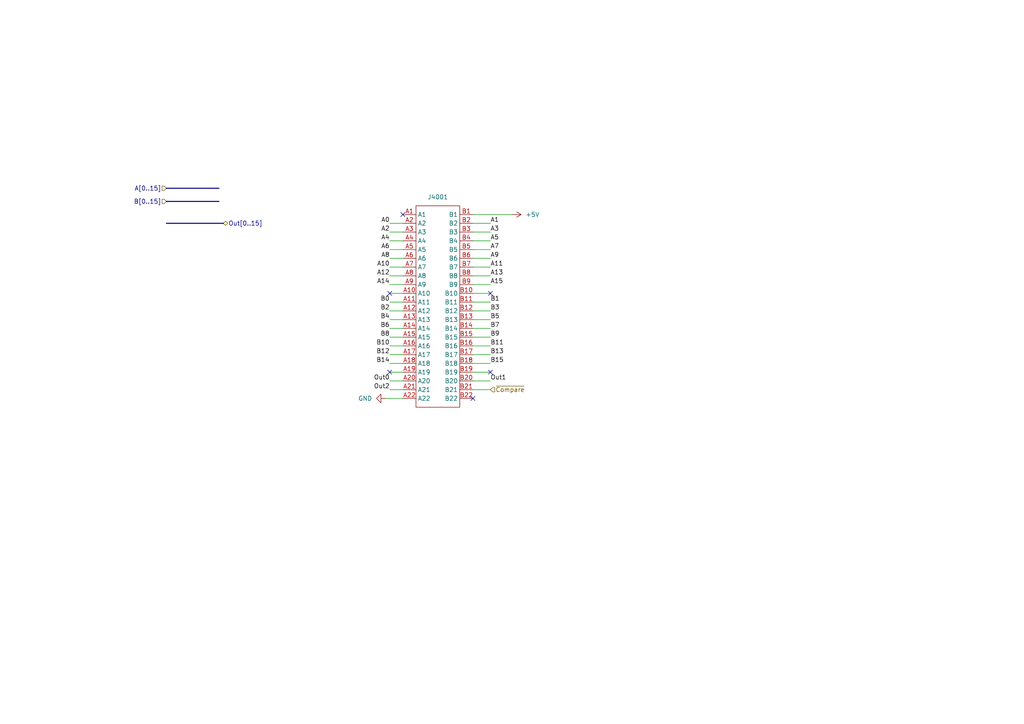
<source format=kicad_sch>
(kicad_sch (version 20231120) (generator "eeschema") (generator_version "8.0")
  (paper "A4")
  (lib_symbols
    (symbol "BoardEdgeConnectors:TE-5530843-4"
      (property "Reference" "J" (at -0.254 30.988 0))
      (symbol "TE-5530843-4_0_1"
        (rectangle (start -6.35 29.21) (end 6.35 -29.21))
      )
      (symbol "TE-5530843-4_1_1"
        (pin passive line (at -10.16 26.67 0) (length 3.81) (name "A1") (number "A1"))
        (pin passive line (at -10.16 3.81 0) (length 3.81) (name "A10") (number "A10"))
        (pin passive line (at -10.16 1.27 0) (length 3.81) (name "A11") (number "A11"))
        (pin passive line (at -10.16 -1.27 0) (length 3.81) (name "A12") (number "A12"))
        (pin passive line (at -10.16 -3.81 0) (length 3.81) (name "A13") (number "A13"))
        (pin passive line (at -10.16 -6.35 0) (length 3.81) (name "A14") (number "A14"))
        (pin passive line (at -10.16 -8.89 0) (length 3.81) (name "A15") (number "A15"))
        (pin passive line (at -10.16 -11.43 0) (length 3.81) (name "A16") (number "A16"))
        (pin passive line (at -10.16 -13.97 0) (length 3.81) (name "A17") (number "A17"))
        (pin passive line (at -10.16 -16.51 0) (length 3.81) (name "A18") (number "A18"))
        (pin passive line (at -10.16 -19.05 0) (length 3.81) (name "A19") (number "A19"))
        (pin passive line (at -10.16 24.13 0) (length 3.81) (name "A2") (number "A2"))
        (pin passive line (at -10.16 -21.59 0) (length 3.81) (name "A20") (number "A20"))
        (pin passive line (at -10.16 -24.13 0) (length 3.81) (name "A21") (number "A21"))
        (pin passive line (at -10.16 -26.67 0) (length 3.81) (name "A22") (number "A22"))
        (pin passive line (at -10.16 21.59 0) (length 3.81) (name "A3") (number "A3"))
        (pin passive line (at -10.16 19.05 0) (length 3.81) (name "A4") (number "A4"))
        (pin passive line (at -10.16 16.51 0) (length 3.81) (name "A5") (number "A5"))
        (pin passive line (at -10.16 13.97 0) (length 3.81) (name "A6") (number "A6"))
        (pin passive line (at -10.16 11.43 0) (length 3.81) (name "A7") (number "A7"))
        (pin passive line (at -10.16 8.89 0) (length 3.81) (name "A8") (number "A8"))
        (pin passive line (at -10.16 6.35 0) (length 3.81) (name "A9") (number "A9"))
        (pin passive line (at 10.16 26.67 180) (length 3.81) (name "B1") (number "B1"))
        (pin passive line (at 10.16 3.81 180) (length 3.81) (name "B10") (number "B10"))
        (pin passive line (at 10.16 1.27 180) (length 3.81) (name "B11") (number "B11"))
        (pin passive line (at 10.16 -1.27 180) (length 3.81) (name "B12") (number "B12"))
        (pin passive line (at 10.16 -3.81 180) (length 3.81) (name "B13") (number "B13"))
        (pin passive line (at 10.16 -6.35 180) (length 3.81) (name "B14") (number "B14"))
        (pin passive line (at 10.16 -8.89 180) (length 3.81) (name "B15") (number "B15"))
        (pin passive line (at 10.16 -11.43 180) (length 3.81) (name "B16") (number "B16"))
        (pin passive line (at 10.16 -13.97 180) (length 3.81) (name "B17") (number "B17"))
        (pin passive line (at 10.16 -16.51 180) (length 3.81) (name "B18") (number "B18"))
        (pin passive line (at 10.16 -19.05 180) (length 3.81) (name "B19") (number "B19"))
        (pin passive line (at 10.16 24.13 180) (length 3.81) (name "B2") (number "B2"))
        (pin passive line (at 10.16 -21.59 180) (length 3.81) (name "B20") (number "B20"))
        (pin passive line (at 10.16 -24.13 180) (length 3.81) (name "B21") (number "B21"))
        (pin passive line (at 10.16 -26.67 180) (length 3.81) (name "B22") (number "B22"))
        (pin passive line (at 10.16 21.59 180) (length 3.81) (name "B3") (number "B3"))
        (pin passive line (at 10.16 19.05 180) (length 3.81) (name "B4") (number "B4"))
        (pin passive line (at 10.16 16.51 180) (length 3.81) (name "B5") (number "B5"))
        (pin passive line (at 10.16 13.97 180) (length 3.81) (name "B6") (number "B6"))
        (pin passive line (at 10.16 11.43 180) (length 3.81) (name "B7") (number "B7"))
        (pin passive line (at 10.16 8.89 180) (length 3.81) (name "B8") (number "B8"))
        (pin passive line (at 10.16 6.35 180) (length 3.81) (name "B9") (number "B9"))
      )
    )
    (symbol "power:+5V" (power) (pin_names (offset 0))
      (property "Value" "+5V" (at 0 3.556 0))
      (symbol "+5V_0_1"
        (polyline (pts (xy -0.762 1.27) (xy 0 2.54)))
        (polyline (pts (xy 0 0) (xy 0 2.54)))
        (polyline (pts (xy 0 2.54) (xy 0.762 1.27)))
      )
      (symbol "+5V_1_1"
        (pin power_in line (at 0 0 90) (length 0) hide (name "+5V") (number "1"))
      )
    )
    (symbol "power:GND" (power) (pin_names (offset 0))
      (property "Value" "GND" (at 0 -3.81 0))
      (symbol "GND_0_1"
        (polyline (pts (xy 0 0) (xy 0 -1.27) (xy 1.27 -1.27) (xy 0 -2.54) (xy -1.27 -1.27) (xy 0 -1.27)))
      )
      (symbol "GND_1_1"
        (pin power_in line (at 0 0 270) (length 0) hide (name "GND") (number "1"))
      )
    )
  )
  (no_connect (at 137.16 115.57))
  (no_connect (at 113.03 107.95))
  (no_connect (at 142.24 85.09))
  (no_connect (at 113.03 85.09))
  (no_connect (at 116.84 62.23))
  (no_connect (at 142.24 107.95))
  (wire (pts (xy 113.03 87.63) (xy 116.84 87.63)))
  (wire (pts (xy 137.16 100.33) (xy 142.24 100.33)))
  (wire (pts (xy 137.16 69.85) (xy 142.24 69.85)))
  (wire (pts (xy 113.03 113.03) (xy 116.84 113.03)))
  (wire (pts (xy 137.16 95.25) (xy 142.24 95.25)))
  (wire (pts (xy 111.76 115.57) (xy 116.84 115.57)))
  (wire (pts (xy 113.03 92.71) (xy 116.84 92.71)))
  (wire (pts (xy 113.03 67.31) (xy 116.84 67.31)))
  (wire (pts (xy 113.03 105.41) (xy 116.84 105.41)))
  (wire (pts (xy 113.03 80.01) (xy 116.84 80.01)))
  (wire (pts (xy 137.16 64.77) (xy 142.24 64.77)))
  (wire (pts (xy 113.03 90.17) (xy 116.84 90.17)))
  (wire (pts (xy 137.16 77.47) (xy 142.24 77.47)))
  (wire (pts (xy 137.16 105.41) (xy 142.24 105.41)))
  (bus (pts (xy 48.26 54.61) (xy 63.5 54.61)))
  (wire (pts (xy 137.16 102.87) (xy 142.24 102.87)))
  (wire (pts (xy 137.16 82.55) (xy 142.24 82.55)))
  (wire (pts (xy 137.16 87.63) (xy 142.24 87.63)))
  (wire (pts (xy 137.16 107.95) (xy 142.24 107.95)))
  (wire (pts (xy 113.03 77.47) (xy 116.84 77.47)))
  (wire (pts (xy 113.03 107.95) (xy 116.84 107.95)))
  (wire (pts (xy 137.16 110.49) (xy 142.24 110.49)))
  (wire (pts (xy 113.03 95.25) (xy 116.84 95.25)))
  (wire (pts (xy 137.16 62.23) (xy 148.59 62.23)))
  (wire (pts (xy 113.03 85.09) (xy 116.84 85.09)))
  (wire (pts (xy 137.16 92.71) (xy 142.24 92.71)))
  (wire (pts (xy 137.16 85.09) (xy 142.24 85.09)))
  (wire (pts (xy 137.16 97.79) (xy 142.24 97.79)))
  (wire (pts (xy 113.03 100.33) (xy 116.84 100.33)))
  (bus (pts (xy 48.26 58.42) (xy 63.5 58.42)))
  (wire (pts (xy 113.03 82.55) (xy 116.84 82.55)))
  (wire (pts (xy 137.16 72.39) (xy 142.24 72.39)))
  (wire (pts (xy 137.16 113.03) (xy 142.24 113.03)))
  (wire (pts (xy 113.03 102.87) (xy 116.84 102.87)))
  (bus (pts (xy 48.26 64.77) (xy 64.77 64.77)))
  (wire (pts (xy 113.03 69.85) (xy 116.84 69.85)))
  (wire (pts (xy 113.03 110.49) (xy 116.84 110.49)))
  (wire (pts (xy 137.16 67.31) (xy 142.24 67.31)))
  (wire (pts (xy 137.16 74.93) (xy 142.24 74.93)))
  (wire (pts (xy 137.16 90.17) (xy 142.24 90.17)))
  (wire (pts (xy 137.16 80.01) (xy 142.24 80.01)))
  (wire (pts (xy 113.03 97.79) (xy 116.84 97.79)))
  (wire (pts (xy 113.03 72.39) (xy 116.84 72.39)))
  (wire (pts (xy 113.03 64.77) (xy 116.84 64.77)))
  (wire (pts (xy 113.03 74.93) (xy 116.84 74.93)))
  (label "A12" (at 113.03 80.01 180))
  (label "B11" (at 142.24 100.33 0))
  (label "A13" (at 142.24 80.01 0))
  (label "B7" (at 142.24 95.25 0))
  (label "B13" (at 142.24 102.87 0))
  (label "A8" (at 113.03 74.93 180))
  (label "A15" (at 142.24 82.55 0))
  (label "B6" (at 113.03 95.25 180))
  (label "A6" (at 113.03 72.39 180))
  (label "B3" (at 142.24 90.17 0))
  (label "Out0" (at 113.03 110.49 180))
  (label "B8" (at 113.03 97.79 180))
  (label "B12" (at 113.03 102.87 180))
  (label "B4" (at 113.03 92.71 180))
  (label "A7" (at 142.24 72.39 0))
  (label "B15" (at 142.24 105.41 0))
  (label "A4" (at 113.03 69.85 180))
  (label "A3" (at 142.24 67.31 0))
  (label "B1" (at 142.24 87.63 0))
  (label "B9" (at 142.24 97.79 0))
  (label "Out2" (at 113.03 113.03 180))
  (label "A11" (at 142.24 77.47 0))
  (label "A14" (at 113.03 82.55 180))
  (label "B10" (at 113.03 100.33 180))
  (label "B2" (at 113.03 90.17 180))
  (label "A5" (at 142.24 69.85 0))
  (label "A9" (at 142.24 74.93 0))
  (label "B0" (at 113.03 87.63 180))
  (label "A1" (at 142.24 64.77 0))
  (label "A2" (at 113.03 67.31 180))
  (label "B14" (at 113.03 105.41 180))
  (label "B5" (at 142.24 92.71 0))
  (label "Out1" (at 142.24 110.49 0))
  (label "A0" (at 113.03 64.77 180))
  (label "A10" (at 113.03 77.47 180))
  (hierarchical_label "Out[0..15]" (shape tri_state) (at 64.77 64.77 0))
  (hierarchical_label "~{Compare}" (shape input) (at 142.24 113.03 0))
  (hierarchical_label "B[0..15]" (shape input) (at 48.26 58.42 180))
  (hierarchical_label "A[0..15]" (shape input) (at 48.26 54.61 180))
  (symbol (lib_id "BoardEdgeConnectors:TE-5530843-4") (at 127 88.9 0) (unit 1) (in_bom no)
    (property "Reference" "J4001" (at 127 57.15 0))
    (property "Footprint" "BoardEdgeConnectors:TE-5530843-4-Mount" (effects (hide yes)))
    (property "Datasheet" "https://www.te.com/en/product-5530843-4.html" (effects (hide yes)))
    (property "Description" "44 contact board edge connector" (effects (hide yes)))
  )
  (symbol (lib_id "power:GND") (at 111.76 115.57 270) (unit 1)
    (property "Reference" "#PWR04001" (effects (hide yes)))
    (property "Value" "GND" (at 107.95 115.5699 90) (effects (justify right)))
    (property "Description" "Power symbol creates a global label with name \"GND\" , ground" (effects (hide yes)))
  )
  (symbol (lib_id "power:+5V") (at 148.59 62.23 270) (unit 1)
    (property "Reference" "#PWR04002" (effects (hide yes)))
    (property "Value" "+5V" (at 152.4 62.2299 90) (effects (justify left)))
    (property "Description" "Power symbol creates a global label with name \"+5V\"" (effects (hide yes)))
  )
)
</source>
